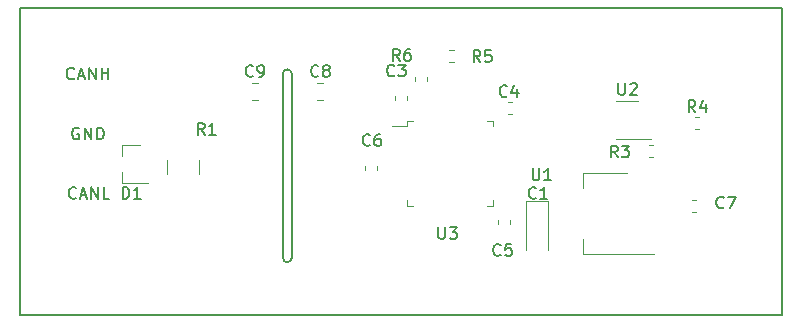
<source format=gbr>
G04 #@! TF.GenerationSoftware,KiCad,Pcbnew,6.0.5*
G04 #@! TF.CreationDate,2022-09-23T16:59:50+03:00*
G04 #@! TF.ProjectId,stm32,73746d33-322e-46b6-9963-61645f706362,rev?*
G04 #@! TF.SameCoordinates,Original*
G04 #@! TF.FileFunction,Legend,Top*
G04 #@! TF.FilePolarity,Positive*
%FSLAX46Y46*%
G04 Gerber Fmt 4.6, Leading zero omitted, Abs format (unit mm)*
G04 Created by KiCad (PCBNEW 6.0.5) date 2022-09-23 16:59:50*
%MOMM*%
%LPD*%
G01*
G04 APERTURE LIST*
%ADD10C,0.150000*%
G04 #@! TA.AperFunction,Profile*
%ADD11C,0.150000*%
G04 #@! TD*
%ADD12C,0.120000*%
G04 APERTURE END LIST*
D10*
X65754380Y-65533542D02*
X65706761Y-65581161D01*
X65563904Y-65628780D01*
X65468666Y-65628780D01*
X65325809Y-65581161D01*
X65230571Y-65485923D01*
X65182952Y-65390685D01*
X65135333Y-65200209D01*
X65135333Y-65057352D01*
X65182952Y-64866876D01*
X65230571Y-64771638D01*
X65325809Y-64676400D01*
X65468666Y-64628780D01*
X65563904Y-64628780D01*
X65706761Y-64676400D01*
X65754380Y-64724019D01*
X66135333Y-65343066D02*
X66611523Y-65343066D01*
X66040095Y-65628780D02*
X66373428Y-64628780D01*
X66706761Y-65628780D01*
X67040095Y-65628780D02*
X67040095Y-64628780D01*
X67611523Y-65628780D01*
X67611523Y-64628780D01*
X68563904Y-65628780D02*
X68087714Y-65628780D01*
X68087714Y-64628780D01*
X65989295Y-59647200D02*
X65894057Y-59599580D01*
X65751200Y-59599580D01*
X65608342Y-59647200D01*
X65513104Y-59742438D01*
X65465485Y-59837676D01*
X65417866Y-60028152D01*
X65417866Y-60171009D01*
X65465485Y-60361485D01*
X65513104Y-60456723D01*
X65608342Y-60551961D01*
X65751200Y-60599580D01*
X65846438Y-60599580D01*
X65989295Y-60551961D01*
X66036914Y-60504342D01*
X66036914Y-60171009D01*
X65846438Y-60171009D01*
X66465485Y-60599580D02*
X66465485Y-59599580D01*
X67036914Y-60599580D01*
X67036914Y-59599580D01*
X67513104Y-60599580D02*
X67513104Y-59599580D01*
X67751200Y-59599580D01*
X67894057Y-59647200D01*
X67989295Y-59742438D01*
X68036914Y-59837676D01*
X68084533Y-60028152D01*
X68084533Y-60171009D01*
X68036914Y-60361485D01*
X67989295Y-60456723D01*
X67894057Y-60551961D01*
X67751200Y-60599580D01*
X67513104Y-60599580D01*
X65584533Y-55424342D02*
X65536914Y-55471961D01*
X65394057Y-55519580D01*
X65298819Y-55519580D01*
X65155961Y-55471961D01*
X65060723Y-55376723D01*
X65013104Y-55281485D01*
X64965485Y-55091009D01*
X64965485Y-54948152D01*
X65013104Y-54757676D01*
X65060723Y-54662438D01*
X65155961Y-54567200D01*
X65298819Y-54519580D01*
X65394057Y-54519580D01*
X65536914Y-54567200D01*
X65584533Y-54614819D01*
X65965485Y-55233866D02*
X66441676Y-55233866D01*
X65870247Y-55519580D02*
X66203580Y-54519580D01*
X66536914Y-55519580D01*
X66870247Y-55519580D02*
X66870247Y-54519580D01*
X67441676Y-55519580D01*
X67441676Y-54519580D01*
X67917866Y-55519580D02*
X67917866Y-54519580D01*
X67917866Y-54995771D02*
X68489295Y-54995771D01*
X68489295Y-55519580D02*
X68489295Y-54519580D01*
D11*
X61000000Y-75500000D02*
X125500000Y-75500000D01*
X61000000Y-49500000D02*
X61000000Y-75500000D01*
X125500000Y-50000000D02*
X125500000Y-49500000D01*
X61000000Y-49500000D02*
X125500000Y-49500000D01*
X84010500Y-55054500D02*
G75*
G03*
X83248500Y-55054500I-381000J0D01*
G01*
X83248500Y-70612000D02*
G75*
G03*
X84010500Y-70612000I381000J0D01*
G01*
X84010500Y-55054500D02*
X84010500Y-70612000D01*
X83248500Y-55054500D02*
X83248500Y-70612000D01*
X125500000Y-75500000D02*
X125500000Y-50000000D01*
D10*
X111658495Y-55840380D02*
X111658495Y-56649904D01*
X111706114Y-56745142D01*
X111753733Y-56792761D01*
X111848971Y-56840380D01*
X112039447Y-56840380D01*
X112134685Y-56792761D01*
X112182304Y-56745142D01*
X112229923Y-56649904D01*
X112229923Y-55840380D01*
X112658495Y-55935619D02*
X112706114Y-55888000D01*
X112801352Y-55840380D01*
X113039447Y-55840380D01*
X113134685Y-55888000D01*
X113182304Y-55935619D01*
X113229923Y-56030857D01*
X113229923Y-56126095D01*
X113182304Y-56268952D01*
X112610876Y-56840380D01*
X113229923Y-56840380D01*
X104394095Y-63053980D02*
X104394095Y-63863504D01*
X104441714Y-63958742D01*
X104489333Y-64006361D01*
X104584571Y-64053980D01*
X104775047Y-64053980D01*
X104870285Y-64006361D01*
X104917904Y-63958742D01*
X104965523Y-63863504D01*
X104965523Y-63053980D01*
X105965523Y-64053980D02*
X105394095Y-64053980D01*
X105679809Y-64053980D02*
X105679809Y-63053980D01*
X105584571Y-63196838D01*
X105489333Y-63292076D01*
X105394095Y-63339695D01*
X80723333Y-55222142D02*
X80675714Y-55269761D01*
X80532857Y-55317380D01*
X80437619Y-55317380D01*
X80294761Y-55269761D01*
X80199523Y-55174523D01*
X80151904Y-55079285D01*
X80104285Y-54888809D01*
X80104285Y-54745952D01*
X80151904Y-54555476D01*
X80199523Y-54460238D01*
X80294761Y-54365000D01*
X80437619Y-54317380D01*
X80532857Y-54317380D01*
X80675714Y-54365000D01*
X80723333Y-54412619D01*
X81199523Y-55317380D02*
X81390000Y-55317380D01*
X81485238Y-55269761D01*
X81532857Y-55222142D01*
X81628095Y-55079285D01*
X81675714Y-54888809D01*
X81675714Y-54507857D01*
X81628095Y-54412619D01*
X81580476Y-54365000D01*
X81485238Y-54317380D01*
X81294761Y-54317380D01*
X81199523Y-54365000D01*
X81151904Y-54412619D01*
X81104285Y-54507857D01*
X81104285Y-54745952D01*
X81151904Y-54841190D01*
X81199523Y-54888809D01*
X81294761Y-54936428D01*
X81485238Y-54936428D01*
X81580476Y-54888809D01*
X81628095Y-54841190D01*
X81675714Y-54745952D01*
X86265833Y-55222142D02*
X86218214Y-55269761D01*
X86075357Y-55317380D01*
X85980119Y-55317380D01*
X85837261Y-55269761D01*
X85742023Y-55174523D01*
X85694404Y-55079285D01*
X85646785Y-54888809D01*
X85646785Y-54745952D01*
X85694404Y-54555476D01*
X85742023Y-54460238D01*
X85837261Y-54365000D01*
X85980119Y-54317380D01*
X86075357Y-54317380D01*
X86218214Y-54365000D01*
X86265833Y-54412619D01*
X86837261Y-54745952D02*
X86742023Y-54698333D01*
X86694404Y-54650714D01*
X86646785Y-54555476D01*
X86646785Y-54507857D01*
X86694404Y-54412619D01*
X86742023Y-54365000D01*
X86837261Y-54317380D01*
X87027738Y-54317380D01*
X87122976Y-54365000D01*
X87170595Y-54412619D01*
X87218214Y-54507857D01*
X87218214Y-54555476D01*
X87170595Y-54650714D01*
X87122976Y-54698333D01*
X87027738Y-54745952D01*
X86837261Y-54745952D01*
X86742023Y-54793571D01*
X86694404Y-54841190D01*
X86646785Y-54936428D01*
X86646785Y-55126904D01*
X86694404Y-55222142D01*
X86742023Y-55269761D01*
X86837261Y-55317380D01*
X87027738Y-55317380D01*
X87122976Y-55269761D01*
X87170595Y-55222142D01*
X87218214Y-55126904D01*
X87218214Y-54936428D01*
X87170595Y-54841190D01*
X87122976Y-54793571D01*
X87027738Y-54745952D01*
X120584933Y-66346342D02*
X120537314Y-66393961D01*
X120394457Y-66441580D01*
X120299219Y-66441580D01*
X120156361Y-66393961D01*
X120061123Y-66298723D01*
X120013504Y-66203485D01*
X119965885Y-66013009D01*
X119965885Y-65870152D01*
X120013504Y-65679676D01*
X120061123Y-65584438D01*
X120156361Y-65489200D01*
X120299219Y-65441580D01*
X120394457Y-65441580D01*
X120537314Y-65489200D01*
X120584933Y-65536819D01*
X120918266Y-65441580D02*
X121584933Y-65441580D01*
X121156361Y-66441580D01*
X104684533Y-65533542D02*
X104636914Y-65581161D01*
X104494057Y-65628780D01*
X104398819Y-65628780D01*
X104255961Y-65581161D01*
X104160723Y-65485923D01*
X104113104Y-65390685D01*
X104065485Y-65200209D01*
X104065485Y-65057352D01*
X104113104Y-64866876D01*
X104160723Y-64771638D01*
X104255961Y-64676400D01*
X104398819Y-64628780D01*
X104494057Y-64628780D01*
X104636914Y-64676400D01*
X104684533Y-64724019D01*
X105636914Y-65628780D02*
X105065485Y-65628780D01*
X105351200Y-65628780D02*
X105351200Y-64628780D01*
X105255961Y-64771638D01*
X105160723Y-64866876D01*
X105065485Y-64914495D01*
X92695733Y-55170342D02*
X92648114Y-55217961D01*
X92505257Y-55265580D01*
X92410019Y-55265580D01*
X92267161Y-55217961D01*
X92171923Y-55122723D01*
X92124304Y-55027485D01*
X92076685Y-54837009D01*
X92076685Y-54694152D01*
X92124304Y-54503676D01*
X92171923Y-54408438D01*
X92267161Y-54313200D01*
X92410019Y-54265580D01*
X92505257Y-54265580D01*
X92648114Y-54313200D01*
X92695733Y-54360819D01*
X93029066Y-54265580D02*
X93648114Y-54265580D01*
X93314780Y-54646533D01*
X93457638Y-54646533D01*
X93552876Y-54694152D01*
X93600495Y-54741771D01*
X93648114Y-54837009D01*
X93648114Y-55075104D01*
X93600495Y-55170342D01*
X93552876Y-55217961D01*
X93457638Y-55265580D01*
X93171923Y-55265580D01*
X93076685Y-55217961D01*
X93029066Y-55170342D01*
X102230833Y-56922942D02*
X102183214Y-56970561D01*
X102040357Y-57018180D01*
X101945119Y-57018180D01*
X101802261Y-56970561D01*
X101707023Y-56875323D01*
X101659404Y-56780085D01*
X101611785Y-56589609D01*
X101611785Y-56446752D01*
X101659404Y-56256276D01*
X101707023Y-56161038D01*
X101802261Y-56065800D01*
X101945119Y-56018180D01*
X102040357Y-56018180D01*
X102183214Y-56065800D01*
X102230833Y-56113419D01*
X103087976Y-56351514D02*
X103087976Y-57018180D01*
X102849880Y-55970561D02*
X102611785Y-56684847D01*
X103230833Y-56684847D01*
X101687333Y-70359542D02*
X101639714Y-70407161D01*
X101496857Y-70454780D01*
X101401619Y-70454780D01*
X101258761Y-70407161D01*
X101163523Y-70311923D01*
X101115904Y-70216685D01*
X101068285Y-70026209D01*
X101068285Y-69883352D01*
X101115904Y-69692876D01*
X101163523Y-69597638D01*
X101258761Y-69502400D01*
X101401619Y-69454780D01*
X101496857Y-69454780D01*
X101639714Y-69502400D01*
X101687333Y-69550019D01*
X102592095Y-69454780D02*
X102115904Y-69454780D01*
X102068285Y-69930971D01*
X102115904Y-69883352D01*
X102211142Y-69835733D01*
X102449238Y-69835733D01*
X102544476Y-69883352D01*
X102592095Y-69930971D01*
X102639714Y-70026209D01*
X102639714Y-70264304D01*
X102592095Y-70359542D01*
X102544476Y-70407161D01*
X102449238Y-70454780D01*
X102211142Y-70454780D01*
X102115904Y-70407161D01*
X102068285Y-70359542D01*
X90625633Y-61064442D02*
X90578014Y-61112061D01*
X90435157Y-61159680D01*
X90339919Y-61159680D01*
X90197061Y-61112061D01*
X90101823Y-61016823D01*
X90054204Y-60921585D01*
X90006585Y-60731109D01*
X90006585Y-60588252D01*
X90054204Y-60397776D01*
X90101823Y-60302538D01*
X90197061Y-60207300D01*
X90339919Y-60159680D01*
X90435157Y-60159680D01*
X90578014Y-60207300D01*
X90625633Y-60254919D01*
X91482776Y-60159680D02*
X91292300Y-60159680D01*
X91197061Y-60207300D01*
X91149442Y-60254919D01*
X91054204Y-60397776D01*
X91006585Y-60588252D01*
X91006585Y-60969204D01*
X91054204Y-61064442D01*
X91101823Y-61112061D01*
X91197061Y-61159680D01*
X91387538Y-61159680D01*
X91482776Y-61112061D01*
X91530395Y-61064442D01*
X91578014Y-60969204D01*
X91578014Y-60731109D01*
X91530395Y-60635871D01*
X91482776Y-60588252D01*
X91387538Y-60540633D01*
X91197061Y-60540633D01*
X91101823Y-60588252D01*
X91054204Y-60635871D01*
X91006585Y-60731109D01*
X69699404Y-65624380D02*
X69699404Y-64624380D01*
X69937500Y-64624380D01*
X70080357Y-64672000D01*
X70175595Y-64767238D01*
X70223214Y-64862476D01*
X70270833Y-65052952D01*
X70270833Y-65195809D01*
X70223214Y-65386285D01*
X70175595Y-65481523D01*
X70080357Y-65576761D01*
X69937500Y-65624380D01*
X69699404Y-65624380D01*
X71223214Y-65624380D02*
X70651785Y-65624380D01*
X70937500Y-65624380D02*
X70937500Y-64624380D01*
X70842261Y-64767238D01*
X70747023Y-64862476D01*
X70651785Y-64910095D01*
X76630233Y-60218580D02*
X76296900Y-59742390D01*
X76058804Y-60218580D02*
X76058804Y-59218580D01*
X76439757Y-59218580D01*
X76534995Y-59266200D01*
X76582614Y-59313819D01*
X76630233Y-59409057D01*
X76630233Y-59551914D01*
X76582614Y-59647152D01*
X76534995Y-59694771D01*
X76439757Y-59742390D01*
X76058804Y-59742390D01*
X77582614Y-60218580D02*
X77011185Y-60218580D01*
X77296900Y-60218580D02*
X77296900Y-59218580D01*
X77201661Y-59361438D01*
X77106423Y-59456676D01*
X77011185Y-59504295D01*
X111604733Y-62123580D02*
X111271400Y-61647390D01*
X111033304Y-62123580D02*
X111033304Y-61123580D01*
X111414257Y-61123580D01*
X111509495Y-61171200D01*
X111557114Y-61218819D01*
X111604733Y-61314057D01*
X111604733Y-61456914D01*
X111557114Y-61552152D01*
X111509495Y-61599771D01*
X111414257Y-61647390D01*
X111033304Y-61647390D01*
X111938066Y-61123580D02*
X112557114Y-61123580D01*
X112223780Y-61504533D01*
X112366638Y-61504533D01*
X112461876Y-61552152D01*
X112509495Y-61599771D01*
X112557114Y-61695009D01*
X112557114Y-61933104D01*
X112509495Y-62028342D01*
X112461876Y-62075961D01*
X112366638Y-62123580D01*
X112080923Y-62123580D01*
X111985685Y-62075961D01*
X111938066Y-62028342D01*
X118185933Y-58300880D02*
X117852600Y-57824690D01*
X117614504Y-58300880D02*
X117614504Y-57300880D01*
X117995457Y-57300880D01*
X118090695Y-57348500D01*
X118138314Y-57396119D01*
X118185933Y-57491357D01*
X118185933Y-57634214D01*
X118138314Y-57729452D01*
X118090695Y-57777071D01*
X117995457Y-57824690D01*
X117614504Y-57824690D01*
X119043076Y-57634214D02*
X119043076Y-58300880D01*
X118804980Y-57253261D02*
X118566885Y-57967547D01*
X119185933Y-57967547D01*
X99971533Y-54046380D02*
X99638200Y-53570190D01*
X99400104Y-54046380D02*
X99400104Y-53046380D01*
X99781057Y-53046380D01*
X99876295Y-53094000D01*
X99923914Y-53141619D01*
X99971533Y-53236857D01*
X99971533Y-53379714D01*
X99923914Y-53474952D01*
X99876295Y-53522571D01*
X99781057Y-53570190D01*
X99400104Y-53570190D01*
X100876295Y-53046380D02*
X100400104Y-53046380D01*
X100352485Y-53522571D01*
X100400104Y-53474952D01*
X100495342Y-53427333D01*
X100733438Y-53427333D01*
X100828676Y-53474952D01*
X100876295Y-53522571D01*
X100923914Y-53617809D01*
X100923914Y-53855904D01*
X100876295Y-53951142D01*
X100828676Y-53998761D01*
X100733438Y-54046380D01*
X100495342Y-54046380D01*
X100400104Y-53998761D01*
X100352485Y-53951142D01*
X93152933Y-53944780D02*
X92819600Y-53468590D01*
X92581504Y-53944780D02*
X92581504Y-52944780D01*
X92962457Y-52944780D01*
X93057695Y-52992400D01*
X93105314Y-53040019D01*
X93152933Y-53135257D01*
X93152933Y-53278114D01*
X93105314Y-53373352D01*
X93057695Y-53420971D01*
X92962457Y-53468590D01*
X92581504Y-53468590D01*
X94010076Y-52944780D02*
X93819600Y-52944780D01*
X93724361Y-52992400D01*
X93676742Y-53040019D01*
X93581504Y-53182876D01*
X93533885Y-53373352D01*
X93533885Y-53754304D01*
X93581504Y-53849542D01*
X93629123Y-53897161D01*
X93724361Y-53944780D01*
X93914838Y-53944780D01*
X94010076Y-53897161D01*
X94057695Y-53849542D01*
X94105314Y-53754304D01*
X94105314Y-53516209D01*
X94057695Y-53420971D01*
X94010076Y-53373352D01*
X93914838Y-53325733D01*
X93724361Y-53325733D01*
X93629123Y-53373352D01*
X93581504Y-53420971D01*
X93533885Y-53516209D01*
X96418495Y-68032380D02*
X96418495Y-68841904D01*
X96466114Y-68937142D01*
X96513733Y-68984761D01*
X96608971Y-69032380D01*
X96799447Y-69032380D01*
X96894685Y-68984761D01*
X96942304Y-68937142D01*
X96989923Y-68841904D01*
X96989923Y-68032380D01*
X97370876Y-68032380D02*
X97989923Y-68032380D01*
X97656590Y-68413333D01*
X97799447Y-68413333D01*
X97894685Y-68460952D01*
X97942304Y-68508571D01*
X97989923Y-68603809D01*
X97989923Y-68841904D01*
X97942304Y-68937142D01*
X97894685Y-68984761D01*
X97799447Y-69032380D01*
X97513733Y-69032380D01*
X97418495Y-68984761D01*
X97370876Y-68937142D01*
D12*
X113291200Y-57318000D02*
X111491200Y-57318000D01*
X111491200Y-60538000D02*
X114441200Y-60538000D01*
X114640400Y-70276800D02*
X108630400Y-70276800D01*
X112390400Y-63456800D02*
X108630400Y-63456800D01*
X108630400Y-70276800D02*
X108630400Y-69016800D01*
X108630400Y-63456800D02*
X108630400Y-64716800D01*
X80628748Y-57225000D02*
X81151252Y-57225000D01*
X80628748Y-55805000D02*
X81151252Y-55805000D01*
X86171248Y-57225000D02*
X86693752Y-57225000D01*
X86171248Y-55805000D02*
X86693752Y-55805000D01*
X117899333Y-66753200D02*
X118241867Y-66753200D01*
X117899333Y-65733200D02*
X118241867Y-65733200D01*
X105735400Y-69941100D02*
X105735400Y-65856100D01*
X105735400Y-65856100D02*
X103865400Y-65856100D01*
X103865400Y-65856100D02*
X103865400Y-69941100D01*
X92758800Y-56916533D02*
X92758800Y-57259067D01*
X93778800Y-56916533D02*
X93778800Y-57259067D01*
X102646267Y-57452800D02*
X102303733Y-57452800D01*
X102646267Y-58472800D02*
X102303733Y-58472800D01*
X102465600Y-67797467D02*
X102465600Y-67454933D01*
X101445600Y-67797467D02*
X101445600Y-67454933D01*
X91238800Y-62871533D02*
X91238800Y-63214067D01*
X90218800Y-62871533D02*
X90218800Y-63214067D01*
X69677500Y-61092000D02*
X69677500Y-62022000D01*
X69677500Y-64252000D02*
X69677500Y-63322000D01*
X69677500Y-64252000D02*
X71837500Y-64252000D01*
X69677500Y-61092000D02*
X71137500Y-61092000D01*
X76188400Y-62302636D02*
X76188400Y-63506764D01*
X73468400Y-62302636D02*
X73468400Y-63506764D01*
X114572867Y-62079600D02*
X114230333Y-62079600D01*
X114572867Y-61059600D02*
X114230333Y-61059600D01*
X118523867Y-58672000D02*
X118181333Y-58672000D01*
X118523867Y-59692000D02*
X118181333Y-59692000D01*
X97707267Y-54053200D02*
X97364733Y-54053200D01*
X97707267Y-53033200D02*
X97364733Y-53033200D01*
X95455200Y-55656267D02*
X95455200Y-55313733D01*
X94435200Y-55656267D02*
X94435200Y-55313733D01*
X100569000Y-66221000D02*
X101019000Y-66221000D01*
X101019000Y-66221000D02*
X101019000Y-65771000D01*
X94249000Y-66221000D02*
X93799000Y-66221000D01*
X93799000Y-66221000D02*
X93799000Y-65771000D01*
X100569000Y-59001000D02*
X101019000Y-59001000D01*
X101019000Y-59001000D02*
X101019000Y-59451000D01*
X94249000Y-59001000D02*
X93799000Y-59001000D01*
X93799000Y-59001000D02*
X93799000Y-59451000D01*
X93799000Y-59451000D02*
X92509000Y-59451000D01*
M02*

</source>
